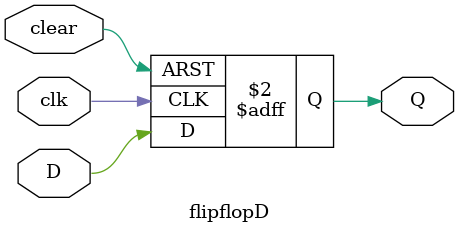
<source format=v>
module flipflopD(clk,D,Q,clear);
	input D,clk,clear;
	output reg Q;
	
	always @(posedge clk or posedge clear) begin 
		if (clear)
			Q<=0;
		else begin
			Q <= D;
		end
	end

endmodule 
</source>
